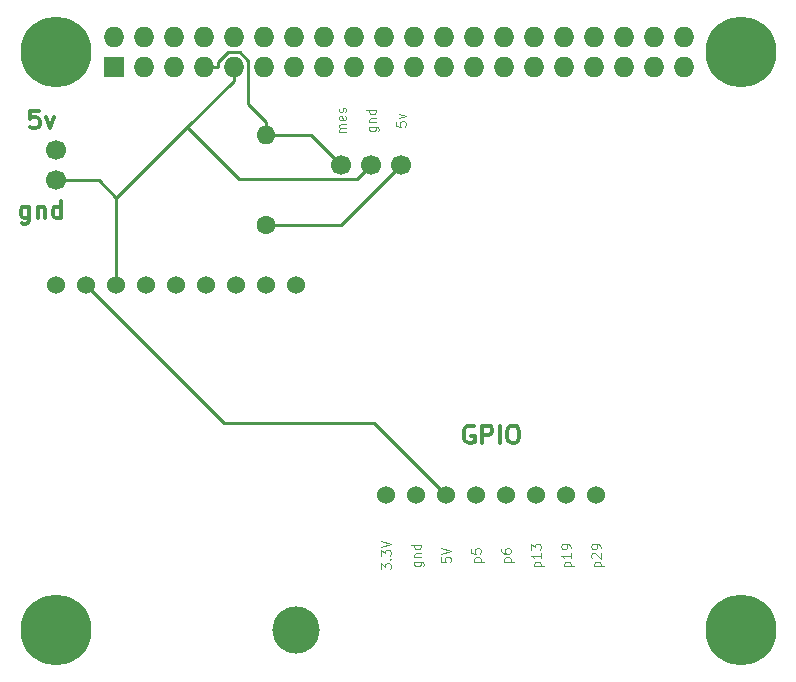
<source format=gbr>
G04 #@! TF.FileFunction,Copper,L1,Top,Signal*
%FSLAX46Y46*%
G04 Gerber Fmt 4.6, Leading zero omitted, Abs format (unit mm)*
G04 Created by KiCad (PCBNEW 4.0.5-e0-6337~49~ubuntu16.04.1) date Sun Mar  5 09:11:21 2017*
%MOMM*%
%LPD*%
G01*
G04 APERTURE LIST*
%ADD10C,0.100000*%
%ADD11C,0.300000*%
%ADD12R,1.727200X1.727200*%
%ADD13O,1.727200X1.727200*%
%ADD14C,6.000000*%
%ADD15C,1.700000*%
%ADD16C,1.600000*%
%ADD17O,1.600000X1.600000*%
%ADD18C,1.524000*%
%ADD19C,4.000000*%
%ADD20C,0.250000*%
G04 APERTURE END LIST*
D10*
D11*
X149630000Y-102120000D02*
X149487143Y-102048571D01*
X149272857Y-102048571D01*
X149058572Y-102120000D01*
X148915714Y-102262857D01*
X148844286Y-102405714D01*
X148772857Y-102691429D01*
X148772857Y-102905714D01*
X148844286Y-103191429D01*
X148915714Y-103334286D01*
X149058572Y-103477143D01*
X149272857Y-103548571D01*
X149415714Y-103548571D01*
X149630000Y-103477143D01*
X149701429Y-103405714D01*
X149701429Y-102905714D01*
X149415714Y-102905714D01*
X150344286Y-103548571D02*
X150344286Y-102048571D01*
X150915714Y-102048571D01*
X151058572Y-102120000D01*
X151130000Y-102191429D01*
X151201429Y-102334286D01*
X151201429Y-102548571D01*
X151130000Y-102691429D01*
X151058572Y-102762857D01*
X150915714Y-102834286D01*
X150344286Y-102834286D01*
X151844286Y-103548571D02*
X151844286Y-102048571D01*
X152844286Y-102048571D02*
X153130000Y-102048571D01*
X153272858Y-102120000D01*
X153415715Y-102262857D01*
X153487143Y-102548571D01*
X153487143Y-103048571D01*
X153415715Y-103334286D01*
X153272858Y-103477143D01*
X153130000Y-103548571D01*
X152844286Y-103548571D01*
X152701429Y-103477143D01*
X152558572Y-103334286D01*
X152487143Y-103048571D01*
X152487143Y-102548571D01*
X152558572Y-102262857D01*
X152701429Y-102120000D01*
X152844286Y-102048571D01*
D10*
X159848571Y-113963334D02*
X160648571Y-113963334D01*
X159886667Y-113963334D02*
X159848571Y-113887143D01*
X159848571Y-113734762D01*
X159886667Y-113658572D01*
X159924762Y-113620477D01*
X160000952Y-113582381D01*
X160229524Y-113582381D01*
X160305714Y-113620477D01*
X160343810Y-113658572D01*
X160381905Y-113734762D01*
X160381905Y-113887143D01*
X160343810Y-113963334D01*
X159658095Y-113277619D02*
X159620000Y-113239524D01*
X159581905Y-113163333D01*
X159581905Y-112972857D01*
X159620000Y-112896667D01*
X159658095Y-112858571D01*
X159734286Y-112820476D01*
X159810476Y-112820476D01*
X159924762Y-112858571D01*
X160381905Y-113315714D01*
X160381905Y-112820476D01*
X160381905Y-112439524D02*
X160381905Y-112287143D01*
X160343810Y-112210952D01*
X160305714Y-112172857D01*
X160191429Y-112096666D01*
X160039048Y-112058571D01*
X159734286Y-112058571D01*
X159658095Y-112096666D01*
X159620000Y-112134762D01*
X159581905Y-112210952D01*
X159581905Y-112363333D01*
X159620000Y-112439524D01*
X159658095Y-112477619D01*
X159734286Y-112515714D01*
X159924762Y-112515714D01*
X160000952Y-112477619D01*
X160039048Y-112439524D01*
X160077143Y-112363333D01*
X160077143Y-112210952D01*
X160039048Y-112134762D01*
X160000952Y-112096666D01*
X159924762Y-112058571D01*
X157308571Y-113963334D02*
X158108571Y-113963334D01*
X157346667Y-113963334D02*
X157308571Y-113887143D01*
X157308571Y-113734762D01*
X157346667Y-113658572D01*
X157384762Y-113620477D01*
X157460952Y-113582381D01*
X157689524Y-113582381D01*
X157765714Y-113620477D01*
X157803810Y-113658572D01*
X157841905Y-113734762D01*
X157841905Y-113887143D01*
X157803810Y-113963334D01*
X157841905Y-112820476D02*
X157841905Y-113277619D01*
X157841905Y-113049048D02*
X157041905Y-113049048D01*
X157156190Y-113125238D01*
X157232381Y-113201429D01*
X157270476Y-113277619D01*
X157841905Y-112439524D02*
X157841905Y-112287143D01*
X157803810Y-112210952D01*
X157765714Y-112172857D01*
X157651429Y-112096666D01*
X157499048Y-112058571D01*
X157194286Y-112058571D01*
X157118095Y-112096666D01*
X157080000Y-112134762D01*
X157041905Y-112210952D01*
X157041905Y-112363333D01*
X157080000Y-112439524D01*
X157118095Y-112477619D01*
X157194286Y-112515714D01*
X157384762Y-112515714D01*
X157460952Y-112477619D01*
X157499048Y-112439524D01*
X157537143Y-112363333D01*
X157537143Y-112210952D01*
X157499048Y-112134762D01*
X157460952Y-112096666D01*
X157384762Y-112058571D01*
X154768571Y-113963334D02*
X155568571Y-113963334D01*
X154806667Y-113963334D02*
X154768571Y-113887143D01*
X154768571Y-113734762D01*
X154806667Y-113658572D01*
X154844762Y-113620477D01*
X154920952Y-113582381D01*
X155149524Y-113582381D01*
X155225714Y-113620477D01*
X155263810Y-113658572D01*
X155301905Y-113734762D01*
X155301905Y-113887143D01*
X155263810Y-113963334D01*
X155301905Y-112820476D02*
X155301905Y-113277619D01*
X155301905Y-113049048D02*
X154501905Y-113049048D01*
X154616190Y-113125238D01*
X154692381Y-113201429D01*
X154730476Y-113277619D01*
X154501905Y-112553809D02*
X154501905Y-112058571D01*
X154806667Y-112325238D01*
X154806667Y-112210952D01*
X154844762Y-112134762D01*
X154882857Y-112096666D01*
X154959048Y-112058571D01*
X155149524Y-112058571D01*
X155225714Y-112096666D01*
X155263810Y-112134762D01*
X155301905Y-112210952D01*
X155301905Y-112439524D01*
X155263810Y-112515714D01*
X155225714Y-112553809D01*
X152228571Y-113582381D02*
X153028571Y-113582381D01*
X152266667Y-113582381D02*
X152228571Y-113506190D01*
X152228571Y-113353809D01*
X152266667Y-113277619D01*
X152304762Y-113239524D01*
X152380952Y-113201428D01*
X152609524Y-113201428D01*
X152685714Y-113239524D01*
X152723810Y-113277619D01*
X152761905Y-113353809D01*
X152761905Y-113506190D01*
X152723810Y-113582381D01*
X151961905Y-112515714D02*
X151961905Y-112668095D01*
X152000000Y-112744285D01*
X152038095Y-112782380D01*
X152152381Y-112858571D01*
X152304762Y-112896666D01*
X152609524Y-112896666D01*
X152685714Y-112858571D01*
X152723810Y-112820476D01*
X152761905Y-112744285D01*
X152761905Y-112591904D01*
X152723810Y-112515714D01*
X152685714Y-112477618D01*
X152609524Y-112439523D01*
X152419048Y-112439523D01*
X152342857Y-112477618D01*
X152304762Y-112515714D01*
X152266667Y-112591904D01*
X152266667Y-112744285D01*
X152304762Y-112820476D01*
X152342857Y-112858571D01*
X152419048Y-112896666D01*
X149688571Y-113582381D02*
X150488571Y-113582381D01*
X149726667Y-113582381D02*
X149688571Y-113506190D01*
X149688571Y-113353809D01*
X149726667Y-113277619D01*
X149764762Y-113239524D01*
X149840952Y-113201428D01*
X150069524Y-113201428D01*
X150145714Y-113239524D01*
X150183810Y-113277619D01*
X150221905Y-113353809D01*
X150221905Y-113506190D01*
X150183810Y-113582381D01*
X149421905Y-112477618D02*
X149421905Y-112858571D01*
X149802857Y-112896666D01*
X149764762Y-112858571D01*
X149726667Y-112782380D01*
X149726667Y-112591904D01*
X149764762Y-112515714D01*
X149802857Y-112477618D01*
X149879048Y-112439523D01*
X150069524Y-112439523D01*
X150145714Y-112477618D01*
X150183810Y-112515714D01*
X150221905Y-112591904D01*
X150221905Y-112782380D01*
X150183810Y-112858571D01*
X150145714Y-112896666D01*
X146881905Y-113182380D02*
X146881905Y-113563333D01*
X147262857Y-113601428D01*
X147224762Y-113563333D01*
X147186667Y-113487142D01*
X147186667Y-113296666D01*
X147224762Y-113220476D01*
X147262857Y-113182380D01*
X147339048Y-113144285D01*
X147529524Y-113144285D01*
X147605714Y-113182380D01*
X147643810Y-113220476D01*
X147681905Y-113296666D01*
X147681905Y-113487142D01*
X147643810Y-113563333D01*
X147605714Y-113601428D01*
X146881905Y-112915714D02*
X147681905Y-112649047D01*
X146881905Y-112382380D01*
X141801905Y-114210952D02*
X141801905Y-113715714D01*
X142106667Y-113982381D01*
X142106667Y-113868095D01*
X142144762Y-113791905D01*
X142182857Y-113753809D01*
X142259048Y-113715714D01*
X142449524Y-113715714D01*
X142525714Y-113753809D01*
X142563810Y-113791905D01*
X142601905Y-113868095D01*
X142601905Y-114096667D01*
X142563810Y-114172857D01*
X142525714Y-114210952D01*
X142525714Y-113372857D02*
X142563810Y-113334762D01*
X142601905Y-113372857D01*
X142563810Y-113410952D01*
X142525714Y-113372857D01*
X142601905Y-113372857D01*
X141801905Y-113068095D02*
X141801905Y-112572857D01*
X142106667Y-112839524D01*
X142106667Y-112725238D01*
X142144762Y-112649048D01*
X142182857Y-112610952D01*
X142259048Y-112572857D01*
X142449524Y-112572857D01*
X142525714Y-112610952D01*
X142563810Y-112649048D01*
X142601905Y-112725238D01*
X142601905Y-112953810D01*
X142563810Y-113030000D01*
X142525714Y-113068095D01*
X141801905Y-112344286D02*
X142601905Y-112077619D01*
X141801905Y-111810952D01*
X144608571Y-113582382D02*
X145256190Y-113582382D01*
X145332381Y-113620477D01*
X145370476Y-113658572D01*
X145408571Y-113734763D01*
X145408571Y-113849048D01*
X145370476Y-113925239D01*
X145103810Y-113582382D02*
X145141905Y-113658572D01*
X145141905Y-113810953D01*
X145103810Y-113887144D01*
X145065714Y-113925239D01*
X144989524Y-113963334D01*
X144760952Y-113963334D01*
X144684762Y-113925239D01*
X144646667Y-113887144D01*
X144608571Y-113810953D01*
X144608571Y-113658572D01*
X144646667Y-113582382D01*
X144608571Y-113201429D02*
X145141905Y-113201429D01*
X144684762Y-113201429D02*
X144646667Y-113163334D01*
X144608571Y-113087143D01*
X144608571Y-112972857D01*
X144646667Y-112896667D01*
X144722857Y-112858572D01*
X145141905Y-112858572D01*
X145141905Y-112134762D02*
X144341905Y-112134762D01*
X145103810Y-112134762D02*
X145141905Y-112210952D01*
X145141905Y-112363333D01*
X145103810Y-112439524D01*
X145065714Y-112477619D01*
X144989524Y-112515714D01*
X144760952Y-112515714D01*
X144684762Y-112477619D01*
X144646667Y-112439524D01*
X144608571Y-112363333D01*
X144608571Y-112210952D01*
X144646667Y-112134762D01*
D11*
X111994286Y-83498571D02*
X111994286Y-84712857D01*
X111922857Y-84855714D01*
X111851429Y-84927143D01*
X111708572Y-84998571D01*
X111494286Y-84998571D01*
X111351429Y-84927143D01*
X111994286Y-84427143D02*
X111851429Y-84498571D01*
X111565715Y-84498571D01*
X111422857Y-84427143D01*
X111351429Y-84355714D01*
X111280000Y-84212857D01*
X111280000Y-83784286D01*
X111351429Y-83641429D01*
X111422857Y-83570000D01*
X111565715Y-83498571D01*
X111851429Y-83498571D01*
X111994286Y-83570000D01*
X112708572Y-83498571D02*
X112708572Y-84498571D01*
X112708572Y-83641429D02*
X112780000Y-83570000D01*
X112922858Y-83498571D01*
X113137143Y-83498571D01*
X113280000Y-83570000D01*
X113351429Y-83712857D01*
X113351429Y-84498571D01*
X114708572Y-84498571D02*
X114708572Y-82998571D01*
X114708572Y-84427143D02*
X114565715Y-84498571D01*
X114280001Y-84498571D01*
X114137143Y-84427143D01*
X114065715Y-84355714D01*
X113994286Y-84212857D01*
X113994286Y-83784286D01*
X114065715Y-83641429D01*
X114137143Y-83570000D01*
X114280001Y-83498571D01*
X114565715Y-83498571D01*
X114708572Y-83570000D01*
X112815715Y-75378571D02*
X112101429Y-75378571D01*
X112030000Y-76092857D01*
X112101429Y-76021429D01*
X112244286Y-75950000D01*
X112601429Y-75950000D01*
X112744286Y-76021429D01*
X112815715Y-76092857D01*
X112887143Y-76235714D01*
X112887143Y-76592857D01*
X112815715Y-76735714D01*
X112744286Y-76807143D01*
X112601429Y-76878571D01*
X112244286Y-76878571D01*
X112101429Y-76807143D01*
X112030000Y-76735714D01*
X113387143Y-75878571D02*
X113744286Y-76878571D01*
X114101428Y-75878571D01*
D10*
X138791905Y-77209524D02*
X138258571Y-77209524D01*
X138334762Y-77209524D02*
X138296667Y-77171429D01*
X138258571Y-77095238D01*
X138258571Y-76980952D01*
X138296667Y-76904762D01*
X138372857Y-76866667D01*
X138791905Y-76866667D01*
X138372857Y-76866667D02*
X138296667Y-76828571D01*
X138258571Y-76752381D01*
X138258571Y-76638095D01*
X138296667Y-76561905D01*
X138372857Y-76523810D01*
X138791905Y-76523810D01*
X138753810Y-75838095D02*
X138791905Y-75914285D01*
X138791905Y-76066666D01*
X138753810Y-76142857D01*
X138677619Y-76180952D01*
X138372857Y-76180952D01*
X138296667Y-76142857D01*
X138258571Y-76066666D01*
X138258571Y-75914285D01*
X138296667Y-75838095D01*
X138372857Y-75800000D01*
X138449048Y-75800000D01*
X138525238Y-76180952D01*
X138753810Y-75495238D02*
X138791905Y-75419048D01*
X138791905Y-75266667D01*
X138753810Y-75190476D01*
X138677619Y-75152381D01*
X138639524Y-75152381D01*
X138563333Y-75190476D01*
X138525238Y-75266667D01*
X138525238Y-75380952D01*
X138487143Y-75457143D01*
X138410952Y-75495238D01*
X138372857Y-75495238D01*
X138296667Y-75457143D01*
X138258571Y-75380952D01*
X138258571Y-75266667D01*
X138296667Y-75190476D01*
X140798571Y-76752382D02*
X141446190Y-76752382D01*
X141522381Y-76790477D01*
X141560476Y-76828572D01*
X141598571Y-76904763D01*
X141598571Y-77019048D01*
X141560476Y-77095239D01*
X141293810Y-76752382D02*
X141331905Y-76828572D01*
X141331905Y-76980953D01*
X141293810Y-77057144D01*
X141255714Y-77095239D01*
X141179524Y-77133334D01*
X140950952Y-77133334D01*
X140874762Y-77095239D01*
X140836667Y-77057144D01*
X140798571Y-76980953D01*
X140798571Y-76828572D01*
X140836667Y-76752382D01*
X140798571Y-76371429D02*
X141331905Y-76371429D01*
X140874762Y-76371429D02*
X140836667Y-76333334D01*
X140798571Y-76257143D01*
X140798571Y-76142857D01*
X140836667Y-76066667D01*
X140912857Y-76028572D01*
X141331905Y-76028572D01*
X141331905Y-75304762D02*
X140531905Y-75304762D01*
X141293810Y-75304762D02*
X141331905Y-75380952D01*
X141331905Y-75533333D01*
X141293810Y-75609524D01*
X141255714Y-75647619D01*
X141179524Y-75685714D01*
X140950952Y-75685714D01*
X140874762Y-75647619D01*
X140836667Y-75609524D01*
X140798571Y-75533333D01*
X140798571Y-75380952D01*
X140836667Y-75304762D01*
X143071905Y-76314285D02*
X143071905Y-76695238D01*
X143452857Y-76733333D01*
X143414762Y-76695238D01*
X143376667Y-76619047D01*
X143376667Y-76428571D01*
X143414762Y-76352381D01*
X143452857Y-76314285D01*
X143529048Y-76276190D01*
X143719524Y-76276190D01*
X143795714Y-76314285D01*
X143833810Y-76352381D01*
X143871905Y-76428571D01*
X143871905Y-76619047D01*
X143833810Y-76695238D01*
X143795714Y-76733333D01*
X143338571Y-76009523D02*
X143871905Y-75819047D01*
X143338571Y-75628571D01*
D12*
X119170000Y-71650000D03*
D13*
X119170000Y-69110000D03*
X121710000Y-71650000D03*
X121710000Y-69110000D03*
X124250000Y-71650000D03*
X124250000Y-69110000D03*
X126790000Y-71650000D03*
X126790000Y-69110000D03*
X129330000Y-71650000D03*
X129330000Y-69110000D03*
X131870000Y-71650000D03*
X131870000Y-69110000D03*
X134410000Y-71650000D03*
X134410000Y-69110000D03*
X136950000Y-71650000D03*
X136950000Y-69110000D03*
X139490000Y-71650000D03*
X139490000Y-69110000D03*
X142030000Y-71650000D03*
X142030000Y-69110000D03*
X144570000Y-71650000D03*
X144570000Y-69110000D03*
X147110000Y-71650000D03*
X147110000Y-69110000D03*
X149650000Y-71650000D03*
X149650000Y-69110000D03*
X152190000Y-71650000D03*
X152190000Y-69110000D03*
X154730000Y-71650000D03*
X154730000Y-69110000D03*
X157270000Y-71650000D03*
X157270000Y-69110000D03*
X159810000Y-71650000D03*
X159810000Y-69110000D03*
X162350000Y-71650000D03*
X162350000Y-69110000D03*
X164890000Y-71650000D03*
X164890000Y-69110000D03*
X167430000Y-71650000D03*
X167430000Y-69110000D03*
D14*
X114300000Y-70380000D03*
X172300000Y-70380000D03*
X114300000Y-119380000D03*
X172300000Y-119380000D03*
D15*
X114300000Y-81280000D03*
X114300000Y-78740000D03*
X138430000Y-80010000D03*
X140970000Y-80010000D03*
X143510000Y-80010000D03*
D16*
X132080000Y-85090000D03*
D17*
X132080000Y-77470000D03*
D18*
X124460000Y-90170000D03*
X127000000Y-90170000D03*
X129540000Y-90170000D03*
X132080000Y-90170000D03*
X121920000Y-90170000D03*
X119380000Y-90170000D03*
X116840000Y-90170000D03*
X114300000Y-90170000D03*
X134620000Y-90170000D03*
D19*
X134620000Y-119380000D03*
D18*
X152400000Y-107950000D03*
X149860000Y-107950000D03*
X147320000Y-107950000D03*
X154940000Y-107950000D03*
X157480000Y-107950000D03*
X160020000Y-107950000D03*
X144780000Y-107950000D03*
X142240000Y-107950000D03*
D20*
X141195200Y-101825200D02*
X147320000Y-107950000D01*
X128495200Y-101825200D02*
X141195200Y-101825200D01*
X116840000Y-90170000D02*
X128495200Y-101825200D01*
X129799000Y-81200600D02*
X125384000Y-76785400D01*
X139779000Y-81200600D02*
X129799000Y-81200600D01*
X140970000Y-80010000D02*
X139779000Y-81200600D01*
X129330000Y-72838900D02*
X125384000Y-76785400D01*
X129330000Y-71650000D02*
X129330000Y-72838900D01*
X117871000Y-81280000D02*
X119380000Y-82788900D01*
X114300000Y-81280000D02*
X117871000Y-81280000D01*
X125384000Y-76785400D02*
X119380000Y-82788900D01*
X119380000Y-82788900D02*
X119380000Y-90170000D01*
X135890000Y-77470000D02*
X138430000Y-80010000D01*
X132080000Y-77470000D02*
X135890000Y-77470000D01*
X127979000Y-71650000D02*
X126790000Y-71650000D01*
X127979000Y-71280500D02*
X127979000Y-71650000D01*
X128826000Y-70433700D02*
X127979000Y-71280500D01*
X129817000Y-70433700D02*
X128826000Y-70433700D01*
X130519000Y-71135700D02*
X129817000Y-70433700D01*
X130519000Y-74783700D02*
X130519000Y-71135700D01*
X132080000Y-76344700D02*
X130519000Y-74783700D01*
X132080000Y-77470000D02*
X132080000Y-76344700D01*
X138430000Y-85090000D02*
X143510000Y-80010000D01*
X132080000Y-85090000D02*
X138430000Y-85090000D01*
M02*

</source>
